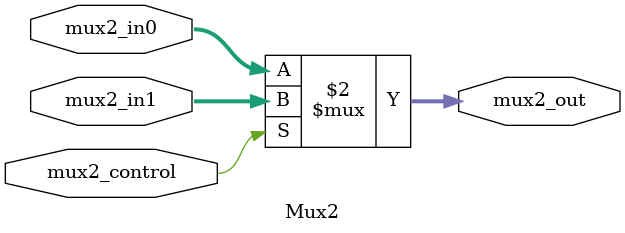
<source format=v>
`timescale 1ns / 1ps


module Mux2(
    input [31:0]mux2_in0,mux2_in1,
    output [31:0]mux2_out,
    input mux2_control
    );
    assign mux2_out = (mux2_control == 1) ? mux2_in1 : mux2_in0;
endmodule

</source>
